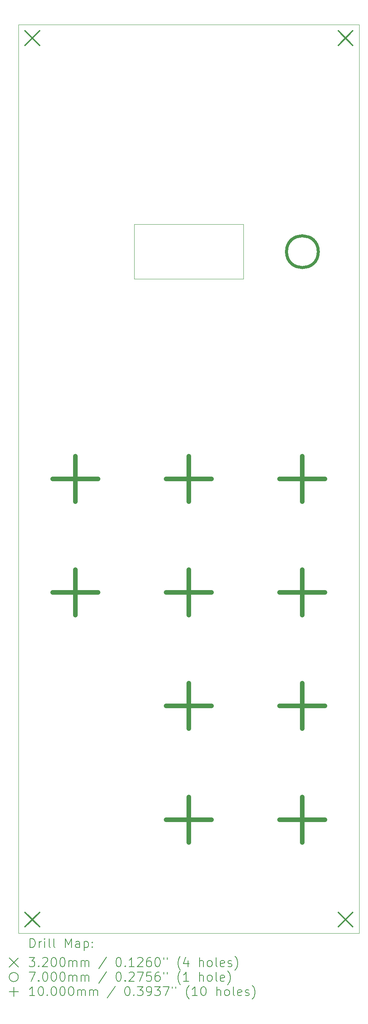
<source format=gbr>
%FSLAX45Y45*%
G04 Gerber Fmt 4.5, Leading zero omitted, Abs format (unit mm)*
G04 Created by KiCad (PCBNEW (6.0.5)) date 2022-11-21 19:29:39*
%MOMM*%
%LPD*%
G01*
G04 APERTURE LIST*
%TA.AperFunction,Profile*%
%ADD10C,0.100000*%
%TD*%
%ADD11C,0.200000*%
%ADD12C,0.320000*%
%ADD13C,0.700000*%
%ADD14C,1.000000*%
G04 APERTURE END LIST*
D10*
X42550000Y-4400000D02*
X44950000Y-4400000D01*
X44950000Y-4400000D02*
X44950000Y-5600000D01*
X44950000Y-5600000D02*
X42550000Y-5600000D01*
X42550000Y-5600000D02*
X42550000Y-4400000D01*
X40000000Y0D02*
X47500000Y0D01*
X47500000Y0D02*
X47500000Y-20000000D01*
X47500000Y-20000000D02*
X40000000Y-20000000D01*
X40000000Y-20000000D02*
X40000000Y0D01*
D11*
D12*
X40140000Y-140000D02*
X40460000Y-460000D01*
X40460000Y-140000D02*
X40140000Y-460000D01*
X40140000Y-19540000D02*
X40460000Y-19860000D01*
X40460000Y-19540000D02*
X40140000Y-19860000D01*
X47040000Y-140000D02*
X47360000Y-460000D01*
X47360000Y-140000D02*
X47040000Y-460000D01*
X47040000Y-19540000D02*
X47360000Y-19860000D01*
X47360000Y-19540000D02*
X47040000Y-19860000D01*
D13*
X46600000Y-5000000D02*
G75*
G03*
X46600000Y-5000000I-350000J0D01*
G01*
D14*
X41250000Y-9500000D02*
X41250000Y-10500000D01*
X40750000Y-10000000D02*
X41750000Y-10000000D01*
X41250000Y-12000000D02*
X41250000Y-13000000D01*
X40750000Y-12500000D02*
X41750000Y-12500000D01*
X43750000Y-9500000D02*
X43750000Y-10500000D01*
X43250000Y-10000000D02*
X44250000Y-10000000D01*
X43750000Y-12000000D02*
X43750000Y-13000000D01*
X43250000Y-12500000D02*
X44250000Y-12500000D01*
X43750000Y-14500000D02*
X43750000Y-15500000D01*
X43250000Y-15000000D02*
X44250000Y-15000000D01*
X43750000Y-17000000D02*
X43750000Y-18000000D01*
X43250000Y-17500000D02*
X44250000Y-17500000D01*
X46250000Y-9500000D02*
X46250000Y-10500000D01*
X45750000Y-10000000D02*
X46750000Y-10000000D01*
X46250000Y-12000000D02*
X46250000Y-13000000D01*
X45750000Y-12500000D02*
X46750000Y-12500000D01*
X46250000Y-14500000D02*
X46250000Y-15500000D01*
X45750000Y-15000000D02*
X46750000Y-15000000D01*
X46250000Y-17000000D02*
X46250000Y-18000000D01*
X45750000Y-17500000D02*
X46750000Y-17500000D01*
D11*
X40252619Y-20315476D02*
X40252619Y-20115476D01*
X40300238Y-20115476D01*
X40328810Y-20125000D01*
X40347857Y-20144048D01*
X40357381Y-20163095D01*
X40366905Y-20201190D01*
X40366905Y-20229762D01*
X40357381Y-20267857D01*
X40347857Y-20286905D01*
X40328810Y-20305952D01*
X40300238Y-20315476D01*
X40252619Y-20315476D01*
X40452619Y-20315476D02*
X40452619Y-20182143D01*
X40452619Y-20220238D02*
X40462143Y-20201190D01*
X40471667Y-20191667D01*
X40490714Y-20182143D01*
X40509762Y-20182143D01*
X40576429Y-20315476D02*
X40576429Y-20182143D01*
X40576429Y-20115476D02*
X40566905Y-20125000D01*
X40576429Y-20134524D01*
X40585952Y-20125000D01*
X40576429Y-20115476D01*
X40576429Y-20134524D01*
X40700238Y-20315476D02*
X40681190Y-20305952D01*
X40671667Y-20286905D01*
X40671667Y-20115476D01*
X40805000Y-20315476D02*
X40785952Y-20305952D01*
X40776429Y-20286905D01*
X40776429Y-20115476D01*
X41033571Y-20315476D02*
X41033571Y-20115476D01*
X41100238Y-20258333D01*
X41166905Y-20115476D01*
X41166905Y-20315476D01*
X41347857Y-20315476D02*
X41347857Y-20210714D01*
X41338333Y-20191667D01*
X41319286Y-20182143D01*
X41281190Y-20182143D01*
X41262143Y-20191667D01*
X41347857Y-20305952D02*
X41328810Y-20315476D01*
X41281190Y-20315476D01*
X41262143Y-20305952D01*
X41252619Y-20286905D01*
X41252619Y-20267857D01*
X41262143Y-20248810D01*
X41281190Y-20239286D01*
X41328810Y-20239286D01*
X41347857Y-20229762D01*
X41443095Y-20182143D02*
X41443095Y-20382143D01*
X41443095Y-20191667D02*
X41462143Y-20182143D01*
X41500238Y-20182143D01*
X41519286Y-20191667D01*
X41528810Y-20201190D01*
X41538333Y-20220238D01*
X41538333Y-20277381D01*
X41528810Y-20296429D01*
X41519286Y-20305952D01*
X41500238Y-20315476D01*
X41462143Y-20315476D01*
X41443095Y-20305952D01*
X41624048Y-20296429D02*
X41633571Y-20305952D01*
X41624048Y-20315476D01*
X41614524Y-20305952D01*
X41624048Y-20296429D01*
X41624048Y-20315476D01*
X41624048Y-20191667D02*
X41633571Y-20201190D01*
X41624048Y-20210714D01*
X41614524Y-20201190D01*
X41624048Y-20191667D01*
X41624048Y-20210714D01*
X39795000Y-20545000D02*
X39995000Y-20745000D01*
X39995000Y-20545000D02*
X39795000Y-20745000D01*
X40233571Y-20535476D02*
X40357381Y-20535476D01*
X40290714Y-20611667D01*
X40319286Y-20611667D01*
X40338333Y-20621190D01*
X40347857Y-20630714D01*
X40357381Y-20649762D01*
X40357381Y-20697381D01*
X40347857Y-20716429D01*
X40338333Y-20725952D01*
X40319286Y-20735476D01*
X40262143Y-20735476D01*
X40243095Y-20725952D01*
X40233571Y-20716429D01*
X40443095Y-20716429D02*
X40452619Y-20725952D01*
X40443095Y-20735476D01*
X40433571Y-20725952D01*
X40443095Y-20716429D01*
X40443095Y-20735476D01*
X40528810Y-20554524D02*
X40538333Y-20545000D01*
X40557381Y-20535476D01*
X40605000Y-20535476D01*
X40624048Y-20545000D01*
X40633571Y-20554524D01*
X40643095Y-20573571D01*
X40643095Y-20592619D01*
X40633571Y-20621190D01*
X40519286Y-20735476D01*
X40643095Y-20735476D01*
X40766905Y-20535476D02*
X40785952Y-20535476D01*
X40805000Y-20545000D01*
X40814524Y-20554524D01*
X40824048Y-20573571D01*
X40833571Y-20611667D01*
X40833571Y-20659286D01*
X40824048Y-20697381D01*
X40814524Y-20716429D01*
X40805000Y-20725952D01*
X40785952Y-20735476D01*
X40766905Y-20735476D01*
X40747857Y-20725952D01*
X40738333Y-20716429D01*
X40728810Y-20697381D01*
X40719286Y-20659286D01*
X40719286Y-20611667D01*
X40728810Y-20573571D01*
X40738333Y-20554524D01*
X40747857Y-20545000D01*
X40766905Y-20535476D01*
X40957381Y-20535476D02*
X40976429Y-20535476D01*
X40995476Y-20545000D01*
X41005000Y-20554524D01*
X41014524Y-20573571D01*
X41024048Y-20611667D01*
X41024048Y-20659286D01*
X41014524Y-20697381D01*
X41005000Y-20716429D01*
X40995476Y-20725952D01*
X40976429Y-20735476D01*
X40957381Y-20735476D01*
X40938333Y-20725952D01*
X40928810Y-20716429D01*
X40919286Y-20697381D01*
X40909762Y-20659286D01*
X40909762Y-20611667D01*
X40919286Y-20573571D01*
X40928810Y-20554524D01*
X40938333Y-20545000D01*
X40957381Y-20535476D01*
X41109762Y-20735476D02*
X41109762Y-20602143D01*
X41109762Y-20621190D02*
X41119286Y-20611667D01*
X41138333Y-20602143D01*
X41166905Y-20602143D01*
X41185952Y-20611667D01*
X41195476Y-20630714D01*
X41195476Y-20735476D01*
X41195476Y-20630714D02*
X41205000Y-20611667D01*
X41224048Y-20602143D01*
X41252619Y-20602143D01*
X41271667Y-20611667D01*
X41281190Y-20630714D01*
X41281190Y-20735476D01*
X41376429Y-20735476D02*
X41376429Y-20602143D01*
X41376429Y-20621190D02*
X41385952Y-20611667D01*
X41405000Y-20602143D01*
X41433571Y-20602143D01*
X41452619Y-20611667D01*
X41462143Y-20630714D01*
X41462143Y-20735476D01*
X41462143Y-20630714D02*
X41471667Y-20611667D01*
X41490714Y-20602143D01*
X41519286Y-20602143D01*
X41538333Y-20611667D01*
X41547857Y-20630714D01*
X41547857Y-20735476D01*
X41938333Y-20525952D02*
X41766905Y-20783095D01*
X42195476Y-20535476D02*
X42214524Y-20535476D01*
X42233571Y-20545000D01*
X42243095Y-20554524D01*
X42252619Y-20573571D01*
X42262143Y-20611667D01*
X42262143Y-20659286D01*
X42252619Y-20697381D01*
X42243095Y-20716429D01*
X42233571Y-20725952D01*
X42214524Y-20735476D01*
X42195476Y-20735476D01*
X42176429Y-20725952D01*
X42166905Y-20716429D01*
X42157381Y-20697381D01*
X42147857Y-20659286D01*
X42147857Y-20611667D01*
X42157381Y-20573571D01*
X42166905Y-20554524D01*
X42176429Y-20545000D01*
X42195476Y-20535476D01*
X42347857Y-20716429D02*
X42357381Y-20725952D01*
X42347857Y-20735476D01*
X42338333Y-20725952D01*
X42347857Y-20716429D01*
X42347857Y-20735476D01*
X42547857Y-20735476D02*
X42433571Y-20735476D01*
X42490714Y-20735476D02*
X42490714Y-20535476D01*
X42471667Y-20564048D01*
X42452619Y-20583095D01*
X42433571Y-20592619D01*
X42624048Y-20554524D02*
X42633571Y-20545000D01*
X42652619Y-20535476D01*
X42700238Y-20535476D01*
X42719286Y-20545000D01*
X42728810Y-20554524D01*
X42738333Y-20573571D01*
X42738333Y-20592619D01*
X42728810Y-20621190D01*
X42614524Y-20735476D01*
X42738333Y-20735476D01*
X42909762Y-20535476D02*
X42871667Y-20535476D01*
X42852619Y-20545000D01*
X42843095Y-20554524D01*
X42824048Y-20583095D01*
X42814524Y-20621190D01*
X42814524Y-20697381D01*
X42824048Y-20716429D01*
X42833571Y-20725952D01*
X42852619Y-20735476D01*
X42890714Y-20735476D01*
X42909762Y-20725952D01*
X42919286Y-20716429D01*
X42928810Y-20697381D01*
X42928810Y-20649762D01*
X42919286Y-20630714D01*
X42909762Y-20621190D01*
X42890714Y-20611667D01*
X42852619Y-20611667D01*
X42833571Y-20621190D01*
X42824048Y-20630714D01*
X42814524Y-20649762D01*
X43052619Y-20535476D02*
X43071667Y-20535476D01*
X43090714Y-20545000D01*
X43100238Y-20554524D01*
X43109762Y-20573571D01*
X43119286Y-20611667D01*
X43119286Y-20659286D01*
X43109762Y-20697381D01*
X43100238Y-20716429D01*
X43090714Y-20725952D01*
X43071667Y-20735476D01*
X43052619Y-20735476D01*
X43033571Y-20725952D01*
X43024048Y-20716429D01*
X43014524Y-20697381D01*
X43005000Y-20659286D01*
X43005000Y-20611667D01*
X43014524Y-20573571D01*
X43024048Y-20554524D01*
X43033571Y-20545000D01*
X43052619Y-20535476D01*
X43195476Y-20535476D02*
X43195476Y-20573571D01*
X43271667Y-20535476D02*
X43271667Y-20573571D01*
X43566905Y-20811667D02*
X43557381Y-20802143D01*
X43538333Y-20773571D01*
X43528810Y-20754524D01*
X43519286Y-20725952D01*
X43509762Y-20678333D01*
X43509762Y-20640238D01*
X43519286Y-20592619D01*
X43528810Y-20564048D01*
X43538333Y-20545000D01*
X43557381Y-20516429D01*
X43566905Y-20506905D01*
X43728810Y-20602143D02*
X43728810Y-20735476D01*
X43681190Y-20525952D02*
X43633571Y-20668810D01*
X43757381Y-20668810D01*
X43985952Y-20735476D02*
X43985952Y-20535476D01*
X44071667Y-20735476D02*
X44071667Y-20630714D01*
X44062143Y-20611667D01*
X44043095Y-20602143D01*
X44014524Y-20602143D01*
X43995476Y-20611667D01*
X43985952Y-20621190D01*
X44195476Y-20735476D02*
X44176429Y-20725952D01*
X44166905Y-20716429D01*
X44157381Y-20697381D01*
X44157381Y-20640238D01*
X44166905Y-20621190D01*
X44176429Y-20611667D01*
X44195476Y-20602143D01*
X44224048Y-20602143D01*
X44243095Y-20611667D01*
X44252619Y-20621190D01*
X44262143Y-20640238D01*
X44262143Y-20697381D01*
X44252619Y-20716429D01*
X44243095Y-20725952D01*
X44224048Y-20735476D01*
X44195476Y-20735476D01*
X44376429Y-20735476D02*
X44357381Y-20725952D01*
X44347857Y-20706905D01*
X44347857Y-20535476D01*
X44528810Y-20725952D02*
X44509762Y-20735476D01*
X44471667Y-20735476D01*
X44452619Y-20725952D01*
X44443095Y-20706905D01*
X44443095Y-20630714D01*
X44452619Y-20611667D01*
X44471667Y-20602143D01*
X44509762Y-20602143D01*
X44528810Y-20611667D01*
X44538333Y-20630714D01*
X44538333Y-20649762D01*
X44443095Y-20668810D01*
X44614524Y-20725952D02*
X44633571Y-20735476D01*
X44671667Y-20735476D01*
X44690714Y-20725952D01*
X44700238Y-20706905D01*
X44700238Y-20697381D01*
X44690714Y-20678333D01*
X44671667Y-20668810D01*
X44643095Y-20668810D01*
X44624048Y-20659286D01*
X44614524Y-20640238D01*
X44614524Y-20630714D01*
X44624048Y-20611667D01*
X44643095Y-20602143D01*
X44671667Y-20602143D01*
X44690714Y-20611667D01*
X44766905Y-20811667D02*
X44776428Y-20802143D01*
X44795476Y-20773571D01*
X44805000Y-20754524D01*
X44814524Y-20725952D01*
X44824048Y-20678333D01*
X44824048Y-20640238D01*
X44814524Y-20592619D01*
X44805000Y-20564048D01*
X44795476Y-20545000D01*
X44776428Y-20516429D01*
X44766905Y-20506905D01*
X39995000Y-20965000D02*
G75*
G03*
X39995000Y-20965000I-100000J0D01*
G01*
X40233571Y-20855476D02*
X40366905Y-20855476D01*
X40281190Y-21055476D01*
X40443095Y-21036429D02*
X40452619Y-21045952D01*
X40443095Y-21055476D01*
X40433571Y-21045952D01*
X40443095Y-21036429D01*
X40443095Y-21055476D01*
X40576429Y-20855476D02*
X40595476Y-20855476D01*
X40614524Y-20865000D01*
X40624048Y-20874524D01*
X40633571Y-20893571D01*
X40643095Y-20931667D01*
X40643095Y-20979286D01*
X40633571Y-21017381D01*
X40624048Y-21036429D01*
X40614524Y-21045952D01*
X40595476Y-21055476D01*
X40576429Y-21055476D01*
X40557381Y-21045952D01*
X40547857Y-21036429D01*
X40538333Y-21017381D01*
X40528810Y-20979286D01*
X40528810Y-20931667D01*
X40538333Y-20893571D01*
X40547857Y-20874524D01*
X40557381Y-20865000D01*
X40576429Y-20855476D01*
X40766905Y-20855476D02*
X40785952Y-20855476D01*
X40805000Y-20865000D01*
X40814524Y-20874524D01*
X40824048Y-20893571D01*
X40833571Y-20931667D01*
X40833571Y-20979286D01*
X40824048Y-21017381D01*
X40814524Y-21036429D01*
X40805000Y-21045952D01*
X40785952Y-21055476D01*
X40766905Y-21055476D01*
X40747857Y-21045952D01*
X40738333Y-21036429D01*
X40728810Y-21017381D01*
X40719286Y-20979286D01*
X40719286Y-20931667D01*
X40728810Y-20893571D01*
X40738333Y-20874524D01*
X40747857Y-20865000D01*
X40766905Y-20855476D01*
X40957381Y-20855476D02*
X40976429Y-20855476D01*
X40995476Y-20865000D01*
X41005000Y-20874524D01*
X41014524Y-20893571D01*
X41024048Y-20931667D01*
X41024048Y-20979286D01*
X41014524Y-21017381D01*
X41005000Y-21036429D01*
X40995476Y-21045952D01*
X40976429Y-21055476D01*
X40957381Y-21055476D01*
X40938333Y-21045952D01*
X40928810Y-21036429D01*
X40919286Y-21017381D01*
X40909762Y-20979286D01*
X40909762Y-20931667D01*
X40919286Y-20893571D01*
X40928810Y-20874524D01*
X40938333Y-20865000D01*
X40957381Y-20855476D01*
X41109762Y-21055476D02*
X41109762Y-20922143D01*
X41109762Y-20941190D02*
X41119286Y-20931667D01*
X41138333Y-20922143D01*
X41166905Y-20922143D01*
X41185952Y-20931667D01*
X41195476Y-20950714D01*
X41195476Y-21055476D01*
X41195476Y-20950714D02*
X41205000Y-20931667D01*
X41224048Y-20922143D01*
X41252619Y-20922143D01*
X41271667Y-20931667D01*
X41281190Y-20950714D01*
X41281190Y-21055476D01*
X41376429Y-21055476D02*
X41376429Y-20922143D01*
X41376429Y-20941190D02*
X41385952Y-20931667D01*
X41405000Y-20922143D01*
X41433571Y-20922143D01*
X41452619Y-20931667D01*
X41462143Y-20950714D01*
X41462143Y-21055476D01*
X41462143Y-20950714D02*
X41471667Y-20931667D01*
X41490714Y-20922143D01*
X41519286Y-20922143D01*
X41538333Y-20931667D01*
X41547857Y-20950714D01*
X41547857Y-21055476D01*
X41938333Y-20845952D02*
X41766905Y-21103095D01*
X42195476Y-20855476D02*
X42214524Y-20855476D01*
X42233571Y-20865000D01*
X42243095Y-20874524D01*
X42252619Y-20893571D01*
X42262143Y-20931667D01*
X42262143Y-20979286D01*
X42252619Y-21017381D01*
X42243095Y-21036429D01*
X42233571Y-21045952D01*
X42214524Y-21055476D01*
X42195476Y-21055476D01*
X42176429Y-21045952D01*
X42166905Y-21036429D01*
X42157381Y-21017381D01*
X42147857Y-20979286D01*
X42147857Y-20931667D01*
X42157381Y-20893571D01*
X42166905Y-20874524D01*
X42176429Y-20865000D01*
X42195476Y-20855476D01*
X42347857Y-21036429D02*
X42357381Y-21045952D01*
X42347857Y-21055476D01*
X42338333Y-21045952D01*
X42347857Y-21036429D01*
X42347857Y-21055476D01*
X42433571Y-20874524D02*
X42443095Y-20865000D01*
X42462143Y-20855476D01*
X42509762Y-20855476D01*
X42528810Y-20865000D01*
X42538333Y-20874524D01*
X42547857Y-20893571D01*
X42547857Y-20912619D01*
X42538333Y-20941190D01*
X42424048Y-21055476D01*
X42547857Y-21055476D01*
X42614524Y-20855476D02*
X42747857Y-20855476D01*
X42662143Y-21055476D01*
X42919286Y-20855476D02*
X42824048Y-20855476D01*
X42814524Y-20950714D01*
X42824048Y-20941190D01*
X42843095Y-20931667D01*
X42890714Y-20931667D01*
X42909762Y-20941190D01*
X42919286Y-20950714D01*
X42928810Y-20969762D01*
X42928810Y-21017381D01*
X42919286Y-21036429D01*
X42909762Y-21045952D01*
X42890714Y-21055476D01*
X42843095Y-21055476D01*
X42824048Y-21045952D01*
X42814524Y-21036429D01*
X43100238Y-20855476D02*
X43062143Y-20855476D01*
X43043095Y-20865000D01*
X43033571Y-20874524D01*
X43014524Y-20903095D01*
X43005000Y-20941190D01*
X43005000Y-21017381D01*
X43014524Y-21036429D01*
X43024048Y-21045952D01*
X43043095Y-21055476D01*
X43081190Y-21055476D01*
X43100238Y-21045952D01*
X43109762Y-21036429D01*
X43119286Y-21017381D01*
X43119286Y-20969762D01*
X43109762Y-20950714D01*
X43100238Y-20941190D01*
X43081190Y-20931667D01*
X43043095Y-20931667D01*
X43024048Y-20941190D01*
X43014524Y-20950714D01*
X43005000Y-20969762D01*
X43195476Y-20855476D02*
X43195476Y-20893571D01*
X43271667Y-20855476D02*
X43271667Y-20893571D01*
X43566905Y-21131667D02*
X43557381Y-21122143D01*
X43538333Y-21093571D01*
X43528810Y-21074524D01*
X43519286Y-21045952D01*
X43509762Y-20998333D01*
X43509762Y-20960238D01*
X43519286Y-20912619D01*
X43528810Y-20884048D01*
X43538333Y-20865000D01*
X43557381Y-20836429D01*
X43566905Y-20826905D01*
X43747857Y-21055476D02*
X43633571Y-21055476D01*
X43690714Y-21055476D02*
X43690714Y-20855476D01*
X43671667Y-20884048D01*
X43652619Y-20903095D01*
X43633571Y-20912619D01*
X43985952Y-21055476D02*
X43985952Y-20855476D01*
X44071667Y-21055476D02*
X44071667Y-20950714D01*
X44062143Y-20931667D01*
X44043095Y-20922143D01*
X44014524Y-20922143D01*
X43995476Y-20931667D01*
X43985952Y-20941190D01*
X44195476Y-21055476D02*
X44176429Y-21045952D01*
X44166905Y-21036429D01*
X44157381Y-21017381D01*
X44157381Y-20960238D01*
X44166905Y-20941190D01*
X44176429Y-20931667D01*
X44195476Y-20922143D01*
X44224048Y-20922143D01*
X44243095Y-20931667D01*
X44252619Y-20941190D01*
X44262143Y-20960238D01*
X44262143Y-21017381D01*
X44252619Y-21036429D01*
X44243095Y-21045952D01*
X44224048Y-21055476D01*
X44195476Y-21055476D01*
X44376429Y-21055476D02*
X44357381Y-21045952D01*
X44347857Y-21026905D01*
X44347857Y-20855476D01*
X44528810Y-21045952D02*
X44509762Y-21055476D01*
X44471667Y-21055476D01*
X44452619Y-21045952D01*
X44443095Y-21026905D01*
X44443095Y-20950714D01*
X44452619Y-20931667D01*
X44471667Y-20922143D01*
X44509762Y-20922143D01*
X44528810Y-20931667D01*
X44538333Y-20950714D01*
X44538333Y-20969762D01*
X44443095Y-20988810D01*
X44605000Y-21131667D02*
X44614524Y-21122143D01*
X44633571Y-21093571D01*
X44643095Y-21074524D01*
X44652619Y-21045952D01*
X44662143Y-20998333D01*
X44662143Y-20960238D01*
X44652619Y-20912619D01*
X44643095Y-20884048D01*
X44633571Y-20865000D01*
X44614524Y-20836429D01*
X44605000Y-20826905D01*
X39895000Y-21185000D02*
X39895000Y-21385000D01*
X39795000Y-21285000D02*
X39995000Y-21285000D01*
X40357381Y-21375476D02*
X40243095Y-21375476D01*
X40300238Y-21375476D02*
X40300238Y-21175476D01*
X40281190Y-21204048D01*
X40262143Y-21223095D01*
X40243095Y-21232619D01*
X40481190Y-21175476D02*
X40500238Y-21175476D01*
X40519286Y-21185000D01*
X40528810Y-21194524D01*
X40538333Y-21213571D01*
X40547857Y-21251667D01*
X40547857Y-21299286D01*
X40538333Y-21337381D01*
X40528810Y-21356429D01*
X40519286Y-21365952D01*
X40500238Y-21375476D01*
X40481190Y-21375476D01*
X40462143Y-21365952D01*
X40452619Y-21356429D01*
X40443095Y-21337381D01*
X40433571Y-21299286D01*
X40433571Y-21251667D01*
X40443095Y-21213571D01*
X40452619Y-21194524D01*
X40462143Y-21185000D01*
X40481190Y-21175476D01*
X40633571Y-21356429D02*
X40643095Y-21365952D01*
X40633571Y-21375476D01*
X40624048Y-21365952D01*
X40633571Y-21356429D01*
X40633571Y-21375476D01*
X40766905Y-21175476D02*
X40785952Y-21175476D01*
X40805000Y-21185000D01*
X40814524Y-21194524D01*
X40824048Y-21213571D01*
X40833571Y-21251667D01*
X40833571Y-21299286D01*
X40824048Y-21337381D01*
X40814524Y-21356429D01*
X40805000Y-21365952D01*
X40785952Y-21375476D01*
X40766905Y-21375476D01*
X40747857Y-21365952D01*
X40738333Y-21356429D01*
X40728810Y-21337381D01*
X40719286Y-21299286D01*
X40719286Y-21251667D01*
X40728810Y-21213571D01*
X40738333Y-21194524D01*
X40747857Y-21185000D01*
X40766905Y-21175476D01*
X40957381Y-21175476D02*
X40976429Y-21175476D01*
X40995476Y-21185000D01*
X41005000Y-21194524D01*
X41014524Y-21213571D01*
X41024048Y-21251667D01*
X41024048Y-21299286D01*
X41014524Y-21337381D01*
X41005000Y-21356429D01*
X40995476Y-21365952D01*
X40976429Y-21375476D01*
X40957381Y-21375476D01*
X40938333Y-21365952D01*
X40928810Y-21356429D01*
X40919286Y-21337381D01*
X40909762Y-21299286D01*
X40909762Y-21251667D01*
X40919286Y-21213571D01*
X40928810Y-21194524D01*
X40938333Y-21185000D01*
X40957381Y-21175476D01*
X41147857Y-21175476D02*
X41166905Y-21175476D01*
X41185952Y-21185000D01*
X41195476Y-21194524D01*
X41205000Y-21213571D01*
X41214524Y-21251667D01*
X41214524Y-21299286D01*
X41205000Y-21337381D01*
X41195476Y-21356429D01*
X41185952Y-21365952D01*
X41166905Y-21375476D01*
X41147857Y-21375476D01*
X41128810Y-21365952D01*
X41119286Y-21356429D01*
X41109762Y-21337381D01*
X41100238Y-21299286D01*
X41100238Y-21251667D01*
X41109762Y-21213571D01*
X41119286Y-21194524D01*
X41128810Y-21185000D01*
X41147857Y-21175476D01*
X41300238Y-21375476D02*
X41300238Y-21242143D01*
X41300238Y-21261190D02*
X41309762Y-21251667D01*
X41328810Y-21242143D01*
X41357381Y-21242143D01*
X41376429Y-21251667D01*
X41385952Y-21270714D01*
X41385952Y-21375476D01*
X41385952Y-21270714D02*
X41395476Y-21251667D01*
X41414524Y-21242143D01*
X41443095Y-21242143D01*
X41462143Y-21251667D01*
X41471667Y-21270714D01*
X41471667Y-21375476D01*
X41566905Y-21375476D02*
X41566905Y-21242143D01*
X41566905Y-21261190D02*
X41576429Y-21251667D01*
X41595476Y-21242143D01*
X41624048Y-21242143D01*
X41643095Y-21251667D01*
X41652619Y-21270714D01*
X41652619Y-21375476D01*
X41652619Y-21270714D02*
X41662143Y-21251667D01*
X41681190Y-21242143D01*
X41709762Y-21242143D01*
X41728810Y-21251667D01*
X41738333Y-21270714D01*
X41738333Y-21375476D01*
X42128810Y-21165952D02*
X41957381Y-21423095D01*
X42385952Y-21175476D02*
X42405000Y-21175476D01*
X42424048Y-21185000D01*
X42433571Y-21194524D01*
X42443095Y-21213571D01*
X42452619Y-21251667D01*
X42452619Y-21299286D01*
X42443095Y-21337381D01*
X42433571Y-21356429D01*
X42424048Y-21365952D01*
X42405000Y-21375476D01*
X42385952Y-21375476D01*
X42366905Y-21365952D01*
X42357381Y-21356429D01*
X42347857Y-21337381D01*
X42338333Y-21299286D01*
X42338333Y-21251667D01*
X42347857Y-21213571D01*
X42357381Y-21194524D01*
X42366905Y-21185000D01*
X42385952Y-21175476D01*
X42538333Y-21356429D02*
X42547857Y-21365952D01*
X42538333Y-21375476D01*
X42528810Y-21365952D01*
X42538333Y-21356429D01*
X42538333Y-21375476D01*
X42614524Y-21175476D02*
X42738333Y-21175476D01*
X42671667Y-21251667D01*
X42700238Y-21251667D01*
X42719286Y-21261190D01*
X42728810Y-21270714D01*
X42738333Y-21289762D01*
X42738333Y-21337381D01*
X42728810Y-21356429D01*
X42719286Y-21365952D01*
X42700238Y-21375476D01*
X42643095Y-21375476D01*
X42624048Y-21365952D01*
X42614524Y-21356429D01*
X42833571Y-21375476D02*
X42871667Y-21375476D01*
X42890714Y-21365952D01*
X42900238Y-21356429D01*
X42919286Y-21327857D01*
X42928810Y-21289762D01*
X42928810Y-21213571D01*
X42919286Y-21194524D01*
X42909762Y-21185000D01*
X42890714Y-21175476D01*
X42852619Y-21175476D01*
X42833571Y-21185000D01*
X42824048Y-21194524D01*
X42814524Y-21213571D01*
X42814524Y-21261190D01*
X42824048Y-21280238D01*
X42833571Y-21289762D01*
X42852619Y-21299286D01*
X42890714Y-21299286D01*
X42909762Y-21289762D01*
X42919286Y-21280238D01*
X42928810Y-21261190D01*
X42995476Y-21175476D02*
X43119286Y-21175476D01*
X43052619Y-21251667D01*
X43081190Y-21251667D01*
X43100238Y-21261190D01*
X43109762Y-21270714D01*
X43119286Y-21289762D01*
X43119286Y-21337381D01*
X43109762Y-21356429D01*
X43100238Y-21365952D01*
X43081190Y-21375476D01*
X43024048Y-21375476D01*
X43005000Y-21365952D01*
X42995476Y-21356429D01*
X43185952Y-21175476D02*
X43319286Y-21175476D01*
X43233571Y-21375476D01*
X43385952Y-21175476D02*
X43385952Y-21213571D01*
X43462143Y-21175476D02*
X43462143Y-21213571D01*
X43757381Y-21451667D02*
X43747857Y-21442143D01*
X43728810Y-21413571D01*
X43719286Y-21394524D01*
X43709762Y-21365952D01*
X43700238Y-21318333D01*
X43700238Y-21280238D01*
X43709762Y-21232619D01*
X43719286Y-21204048D01*
X43728810Y-21185000D01*
X43747857Y-21156429D01*
X43757381Y-21146905D01*
X43938333Y-21375476D02*
X43824048Y-21375476D01*
X43881190Y-21375476D02*
X43881190Y-21175476D01*
X43862143Y-21204048D01*
X43843095Y-21223095D01*
X43824048Y-21232619D01*
X44062143Y-21175476D02*
X44081190Y-21175476D01*
X44100238Y-21185000D01*
X44109762Y-21194524D01*
X44119286Y-21213571D01*
X44128810Y-21251667D01*
X44128810Y-21299286D01*
X44119286Y-21337381D01*
X44109762Y-21356429D01*
X44100238Y-21365952D01*
X44081190Y-21375476D01*
X44062143Y-21375476D01*
X44043095Y-21365952D01*
X44033571Y-21356429D01*
X44024048Y-21337381D01*
X44014524Y-21299286D01*
X44014524Y-21251667D01*
X44024048Y-21213571D01*
X44033571Y-21194524D01*
X44043095Y-21185000D01*
X44062143Y-21175476D01*
X44366905Y-21375476D02*
X44366905Y-21175476D01*
X44452619Y-21375476D02*
X44452619Y-21270714D01*
X44443095Y-21251667D01*
X44424048Y-21242143D01*
X44395476Y-21242143D01*
X44376429Y-21251667D01*
X44366905Y-21261190D01*
X44576429Y-21375476D02*
X44557381Y-21365952D01*
X44547857Y-21356429D01*
X44538333Y-21337381D01*
X44538333Y-21280238D01*
X44547857Y-21261190D01*
X44557381Y-21251667D01*
X44576429Y-21242143D01*
X44605000Y-21242143D01*
X44624048Y-21251667D01*
X44633571Y-21261190D01*
X44643095Y-21280238D01*
X44643095Y-21337381D01*
X44633571Y-21356429D01*
X44624048Y-21365952D01*
X44605000Y-21375476D01*
X44576429Y-21375476D01*
X44757381Y-21375476D02*
X44738333Y-21365952D01*
X44728810Y-21346905D01*
X44728810Y-21175476D01*
X44909762Y-21365952D02*
X44890714Y-21375476D01*
X44852619Y-21375476D01*
X44833571Y-21365952D01*
X44824048Y-21346905D01*
X44824048Y-21270714D01*
X44833571Y-21251667D01*
X44852619Y-21242143D01*
X44890714Y-21242143D01*
X44909762Y-21251667D01*
X44919286Y-21270714D01*
X44919286Y-21289762D01*
X44824048Y-21308810D01*
X44995476Y-21365952D02*
X45014524Y-21375476D01*
X45052619Y-21375476D01*
X45071667Y-21365952D01*
X45081190Y-21346905D01*
X45081190Y-21337381D01*
X45071667Y-21318333D01*
X45052619Y-21308810D01*
X45024048Y-21308810D01*
X45005000Y-21299286D01*
X44995476Y-21280238D01*
X44995476Y-21270714D01*
X45005000Y-21251667D01*
X45024048Y-21242143D01*
X45052619Y-21242143D01*
X45071667Y-21251667D01*
X45147857Y-21451667D02*
X45157381Y-21442143D01*
X45176428Y-21413571D01*
X45185952Y-21394524D01*
X45195476Y-21365952D01*
X45205000Y-21318333D01*
X45205000Y-21280238D01*
X45195476Y-21232619D01*
X45185952Y-21204048D01*
X45176428Y-21185000D01*
X45157381Y-21156429D01*
X45147857Y-21146905D01*
M02*

</source>
